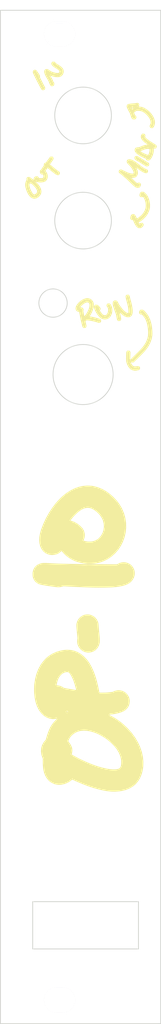
<source format=kicad_pcb>
(kicad_pcb (version 20221018) (generator pcbnew)
  (layers (0 "F.Cu" signal) (31 "B.Cu" signal) (34 "B.Paste" user) (35 "F.Paste" user) (36 "B.SilkS" user "B.Silkscreen") (37 "F.SilkS" user "F.Silkscreen") (38 "B.Mask" user) (39 "F.Mask" user) (44 "Edge.Cuts" user))
  (net 0 "")
  (footprint "Graphics" (layer "F.Cu") (at 21.709 15.2395)
    (fp_text reference "" (at 0 0) (layer "F.SilkS") (effects (font (size 1.27 1.27))))
    (fp_text value "" (at 0 0) (layer "F.SilkS") (effects (font (size 1.27 1.27))))
    (fp_poly (pts (xy 16.577 19.518) (xy 16.649 19.545) (xy 16.75 19.6) (xy 16.897 19.69) (xy 16.915 19.702) (xy 17.234 19.902) (xy 17.488 20.062) (xy 17.686 20.183) (xy 17.832 20.271) (xy 17.931 20.328) (xy 17.952 20.34) (xy 18.029 20.393) (xy 18.053 20.416) (xy 18.104 20.512) (xy 18.118 20.586) (xy 18.084 20.709) (xy 17.998 20.808) (xy 17.971 20.825) (xy 17.871 20.849) (xy 17.768 20.844) (xy 17.758 20.84) (xy 17.697 20.811) (xy 17.592 20.753) (xy 17.438 20.661) (xy 17.229 20.532) (xy 16.957 20.363) (xy 16.907 20.331) (xy 16.794 20.262) (xy 16.71 20.214) (xy 16.68 20.199) (xy 16.594 20.16) (xy 16.464 20.074) (xy 16.417 20.039) (xy 16.311 19.95) (xy 16.258 19.874) (xy 16.239 19.787) (xy 16.264 19.647) (xy 16.326 19.568) (xy 16.417 19.515) (xy 16.513 19.508)) (fill solid) (layer "F.SilkS"))
    (fp_poly (pts (xy 3.729 8.607) (xy 3.812 8.668) (xy 3.869 8.739) (xy 3.953 8.855) (xy 4.048 8.995) (xy 4.138 9.134) (xy 4.209 9.249) (xy 4.243 9.313) (xy 4.256 9.394) (xy 4.251 9.483) (xy 4.247 9.497) (xy 4.246 9.514) (xy 4.256 9.548) (xy 4.284 9.611) (xy 4.335 9.715) (xy 4.414 9.871) (xy 4.493 10.026) (xy 4.596 10.226) (xy 4.692 10.413) (xy 4.773 10.569) (xy 4.828 10.674) (xy 4.833 10.684) (xy 4.898 10.814) (xy 4.924 10.902) (xy 4.92 10.976) (xy 4.916 10.988) (xy 4.845 11.111) (xy 4.72 11.177) (xy 4.669 11.184) (xy 4.589 11.18) (xy 4.57 11.175) (xy 4.452 11.092) (xy 4.429 11.061) (xy 4.377 10.973) (xy 4.295 10.826) (xy 4.191 10.632) (xy 4.072 10.405) (xy 3.944 10.158) (xy 3.814 9.906) (xy 3.69 9.662) (xy 3.579 9.44) (xy 3.488 9.253) (xy 3.423 9.114) (xy 3.405 9.074) (xy 3.356 8.937) (xy 3.345 8.839) (xy 3.357 8.777) (xy 3.429 8.66) (xy 3.548 8.588) (xy 3.624 8.576)) (fill solid) (layer "F.SilkS"))
    (fp_poly (pts (xy 13.069 38.213) (xy 13.134 38.253) (xy 13.236 38.369) (xy 13.328 38.529) (xy 13.362 38.612) (xy 13.43 38.91) (xy 13.432 39.221) (xy 13.37 39.523) (xy 13.249 39.794) (xy 13.183 39.893) (xy 12.998 40.08) (xy 12.78 40.199) (xy 12.723 40.218) (xy 12.582 40.241) (xy 12.414 40.242) (xy 12.298 40.228) (xy 12.101 40.165) (xy 11.994 40.108) (xy 11.9 40.031) (xy 11.78 39.914) (xy 11.661 39.781) (xy 11.588 39.69) (xy 11.386 39.386) (xy 11.225 39.079) (xy 11.118 38.793) (xy 11.115 38.782) (xy 11.102 38.614) (xy 11.155 38.475) (xy 11.269 38.383) (xy 11.401 38.36) (xy 11.527 38.388) (xy 11.667 38.487) (xy 11.822 38.647) (xy 11.908 38.76) (xy 11.945 38.848) (xy 11.949 38.89) (xy 11.924 38.993) (xy 11.881 39.065) (xy 11.857 39.093) (xy 11.855 39.121) (xy 11.883 39.172) (xy 11.945 39.267) (xy 12.049 39.41) (xy 12.157 39.54) (xy 12.245 39.627) (xy 12.38 39.694) (xy 12.533 39.707) (xy 12.622 39.683) (xy 12.738 39.59) (xy 12.828 39.438) (xy 12.887 39.252) (xy 12.908 39.054) (xy 12.888 38.865) (xy 12.849 38.756) (xy 12.8 38.683) (xy 12.783 38.662) (xy 12.711 38.544) (xy 12.7 38.461) (xy 12.733 38.328) (xy 12.821 38.235) (xy 12.94 38.193)) (fill solid) (layer "F.SilkS"))
    (fp_poly (pts (xy 10.43 77.653) (xy 10.533 77.663) (xy 10.629 77.684) (xy 10.715 77.71) (xy 11.012 77.846) (xy 11.269 78.046) (xy 11.474 78.3) (xy 11.616 78.594) (xy 11.646 78.692) (xy 11.668 78.792) (xy 11.683 78.911) (xy 11.697 79.075) (xy 11.702 79.158) (xy 11.71 79.27) (xy 11.725 79.441) (xy 11.744 79.646) (xy 11.763 79.847) (xy 11.793 80.15) (xy 11.815 80.385) (xy 11.831 80.568) (xy 11.841 80.711) (xy 11.846 80.831) (xy 11.848 80.942) (xy 11.849 80.973) (xy 11.847 81.11) (xy 11.841 81.201) (xy 11.827 81.284) (xy 11.826 81.286) (xy 11.717 81.629) (xy 11.544 81.926) (xy 11.315 82.169) (xy 11.046 82.345) (xy 10.87 82.414) (xy 10.671 82.464) (xy 10.647 82.468) (xy 10.478 82.49) (xy 10.333 82.492) (xy 10.271 82.489) (xy 9.959 82.43) (xy 9.674 82.296) (xy 9.409 82.085) (xy 9.385 82.062) (xy 9.171 81.792) (xy 9.033 81.489) (xy 8.981 81.265) (xy 8.969 81.06) (xy 8.983 80.848) (xy 8.997 80.767) (xy 9.012 80.684) (xy 9.013 80.649) (xy 9.007 80.598) (xy 8.995 80.488) (xy 8.98 80.34) (xy 8.977 80.315) (xy 8.94 79.935) (xy 8.931 79.832) (xy 11.079 79.832) (xy 11.09 79.841) (xy 11.115 79.856) (xy 11.116 79.852) (xy 11.093 79.836) (xy 11.079 79.832) (xy 8.931 79.832) (xy 8.926 79.785) (xy 11 79.785) (xy 11.003 79.795) (xy 11.021 79.801) (xy 11.018 79.795) (xy 11 79.785) (xy 8.926 79.785) (xy 8.912 79.627) (xy 8.892 79.382) (xy 8.88 79.191) (xy 8.875 79.044) (xy 8.877 78.931) (xy 8.885 78.844) (xy 8.889 78.818) (xy 8.984 78.5) (xy 9.148 78.216) (xy 9.37 77.978) (xy 9.641 77.796) (xy 9.851 77.71) (xy 9.966 77.676) (xy 10.06 77.659) (xy 10.171 77.652) (xy 10.283 77.651)) (fill solid) (layer "F.SilkS"))
    (fp_poly (pts (xy 6.098 7.569) (xy 6.166 7.625) (xy 6.216 7.687) (xy 6.272 7.741) (xy 6.348 7.799) (xy 6.463 7.874) (xy 6.632 7.978) (xy 6.633 7.979) (xy 6.887 8.15) (xy 7.069 8.315) (xy 7.189 8.482) (xy 7.241 8.607) (xy 7.266 8.777) (xy 7.251 8.956) (xy 7.241 8.998) (xy 7.15 9.199) (xy 7.049 9.322) (xy 6.89 9.443) (xy 6.699 9.509) (xy 6.514 9.529) (xy 6.216 9.511) (xy 5.879 9.436) (xy 5.632 9.354) (xy 5.574 9.334) (xy 5.563 9.333) (xy 5.582 9.369) (xy 5.632 9.452) (xy 5.671 9.517) (xy 5.766 9.679) (xy 5.832 9.803) (xy 5.883 9.919) (xy 5.908 9.984) (xy 5.948 10.083) (xy 5.984 10.141) (xy 6.005 10.165) (xy 6.06 10.245) (xy 6.077 10.347) (xy 6.077 10.373) (xy 6.045 10.531) (xy 5.95 10.637) (xy 5.933 10.647) (xy 5.83 10.679) (xy 5.73 10.676) (xy 5.728 10.675) (xy 5.63 10.621) (xy 5.547 10.522) (xy 5.47 10.364) (xy 5.425 10.242) (xy 5.375 10.108) (xy 5.316 9.982) (xy 5.235 9.837) (xy 5.157 9.707) (xy 4.984 9.406) (xy 4.868 9.155) (xy 4.806 8.948) (xy 4.794 8.783) (xy 4.839 8.63) (xy 4.94 8.525) (xy 5.081 8.482) (xy 5.094 8.482) (xy 5.192 8.494) (xy 5.299 8.536) (xy 5.433 8.619) (xy 5.535 8.692) (xy 5.635 8.761) (xy 5.721 8.809) (xy 5.829 8.853) (xy 5.915 8.883) (xy 6.232 8.969) (xy 6.438 8.995) (xy 6.573 8.991) (xy 6.655 8.959) (xy 6.707 8.89) (xy 6.727 8.775) (xy 6.698 8.707) (xy 6.61 8.619) (xy 6.461 8.508) (xy 6.35 8.437) (xy 6.148 8.311) (xy 6.004 8.214) (xy 5.907 8.139) (xy 5.885 8.119) (xy 5.782 8.005) (xy 5.715 7.893) (xy 5.701 7.849) (xy 5.716 7.709) (xy 5.794 7.596) (xy 5.843 7.564) (xy 5.972 7.537)) (fill solid) (layer "F.SilkS"))
    (fp_poly (pts (xy 17.364 24.051) (xy 17.519 24.137) (xy 17.581 24.188) (xy 17.825 24.457) (xy 17.952 24.665) (xy 18.105 25.053) (xy 18.195 25.486) (xy 18.213 25.67) (xy 18.212 26.001) (xy 18.153 26.315) (xy 18.114 26.443) (xy 17.937 26.841) (xy 17.689 27.203) (xy 17.367 27.53) (xy 17.27 27.611) (xy 17.068 27.766) (xy 16.918 27.863) (xy 16.817 27.905) (xy 16.796 27.908) (xy 16.776 27.913) (xy 16.786 27.943) (xy 16.834 28.019) (xy 16.839 28.026) (xy 16.897 28.114) (xy 16.94 28.068) (xy 17.061 27.988) (xy 17.193 27.978) (xy 17.312 28.033) (xy 17.385 28.129) (xy 17.408 28.264) (xy 17.352 28.408) (xy 17.327 28.444) (xy 17.161 28.601) (xy 17.082 28.646) (xy 16.998 28.677) (xy 16.923 28.685) (xy 16.783 28.674) (xy 16.619 28.591) (xy 16.462 28.436) (xy 16.31 28.203) (xy 16.292 28.17) (xy 16.247 28.08) (xy 16.186 27.95) (xy 16.148 27.867) (xy 16.054 27.656) (xy 16.006 27.659) (xy 15.865 27.631) (xy 15.758 27.539) (xy 15.733 27.494) (xy 15.715 27.436) (xy 15.715 27.358) (xy 15.715 27.353) (xy 15.741 27.203) (xy 15.788 27.064) (xy 15.807 27.027) (xy 15.919 26.917) (xy 16 26.884) (xy 16.121 26.877) (xy 16.202 26.904) (xy 16.307 26.984) (xy 16.408 27.13) (xy 16.49 27.297) (xy 16.529 27.386) (xy 16.55 27.432) (xy 16.551 27.433) (xy 16.582 27.42) (xy 16.598 27.411) (xy 16.658 27.382) (xy 16.667 27.378) (xy 16.714 27.349) (xy 16.802 27.285) (xy 16.91 27.202) (xy 17.016 27.118) (xy 17.099 27.048) (xy 17.114 27.034) (xy 17.346 26.767) (xy 17.522 26.473) (xy 17.617 26.245) (xy 17.665 26.031) (xy 17.676 25.818) (xy 17.67 25.623) (xy 17.648 25.45) (xy 17.634 25.373) (xy 17.577 25.165) (xy 17.499 24.965) (xy 17.41 24.803) (xy 17.371 24.75) (xy 17.321 24.692) (xy 17.265 24.724) (xy 17.131 24.757) (xy 16.998 24.716) (xy 16.958 24.685) (xy 16.885 24.578) (xy 16.871 24.478) (xy 16.905 24.29) (xy 16.993 24.144) (xy 17.126 24.055) (xy 17.212 24.035)) (fill solid) (layer "F.SilkS"))
    (fp_poly (pts (xy 14.885 71.03) (xy 15.011 71.031) (xy 15.092 71.037) (xy 15.166 71.052) (xy 15.192 71.058) (xy 15.506 71.171) (xy 15.772 71.345) (xy 15.849 71.414) (xy 16.064 71.675) (xy 16.209 71.977) (xy 16.259 72.158) (xy 16.28 72.329) (xy 16.281 72.524) (xy 16.264 72.683) (xy 16.156 73.02) (xy 15.972 73.325) (xy 15.898 73.414) (xy 15.688 73.614) (xy 15.435 73.782) (xy 15.134 73.92) (xy 14.776 74.032) (xy 14.356 74.119) (xy 13.866 74.183) (xy 13.532 74.211) (xy 13.268 74.226) (xy 12.938 74.238) (xy 12.56 74.246) (xy 12.152 74.251) (xy 11.73 74.252) (xy 11.312 74.249) (xy 10.92 74.242) (xy 10.254 74.222) (xy 9.537 74.196) (xy 8.803 74.165) (xy 8.083 74.13) (xy 7.409 74.092) (xy 7.364 74.089) (xy 7.261 74.084) (xy 7.207 74.087) (xy 7.172 74.099) (xy 6.901 74.181) (xy 6.613 74.212) (xy 6.608 74.212) (xy 6.493 74.205) (xy 6.312 74.186) (xy 6.08 74.158) (xy 5.812 74.122) (xy 5.524 74.08) (xy 5.231 74.036) (xy 4.948 73.991) (xy 4.69 73.948) (xy 4.473 73.908) (xy 4.31 73.874) (xy 4.257 73.861) (xy 4.072 73.787) (xy 3.874 73.671) (xy 3.701 73.536) (xy 3.64 73.474) (xy 3.459 73.21) (xy 3.347 72.903) (xy 3.335 72.848) (xy 3.322 72.729) (xy 3.317 72.569) (xy 3.319 72.407) (xy 3.329 72.283) (xy 3.33 72.279) (xy 3.421 71.952) (xy 3.573 71.68) (xy 3.79 71.456) (xy 4.024 71.303) (xy 4.234 71.211) (xy 4.454 71.145) (xy 4.517 71.133) (xy 4.582 71.126) (xy 4.674 71.123) (xy 4.819 71.123) (xy 4.854 71.123) (xy 5.032 71.125) (xy 5.205 71.13) (xy 5.321 71.136) (xy 5.608 71.153) (xy 5.916 71.17) (xy 6.201 71.185) (xy 6.288 71.188) (xy 6.661 71.203) (xy 7.112 71.216) (xy 7.635 71.228) (xy 8.225 71.24) (xy 8.878 71.251) (xy 9.589 71.261) (xy 10.352 71.27) (xy 11.163 71.277) (xy 12.018 71.284) (xy 12.694 71.288) (xy 14.041 71.295) (xy 14.113 71.248) (xy 14.382 71.112) (xy 14.582 71.053) (xy 14.663 71.038) (xy 14.75 71.031) (xy 14.88 71.03)) (fill solid) (layer "F.SilkS"))
    (fp_poly (pts (xy 15.521 37.123) (xy 15.614 37.226) (xy 15.651 37.354) (xy 15.667 37.432) (xy 15.698 37.562) (xy 15.74 37.717) (xy 15.743 37.728) (xy 15.827 38.039) (xy 15.89 38.292) (xy 15.937 38.509) (xy 15.973 38.709) (xy 15.978 38.746) (xy 16.016 39.086) (xy 16.014 39.362) (xy 15.971 39.581) (xy 15.888 39.752) (xy 15.825 39.827) (xy 15.664 39.94) (xy 15.471 39.98) (xy 15.459 39.98) (xy 15.212 39.942) (xy 14.952 39.828) (xy 14.688 39.645) (xy 14.491 39.462) (xy 14.423 39.394) (xy 14.387 39.361) (xy 14.386 39.361) (xy 14.398 39.399) (xy 14.407 39.423) (xy 14.426 39.481) (xy 14.445 39.562) (xy 14.468 39.685) (xy 14.493 39.834) (xy 14.517 39.963) (xy 14.537 40.059) (xy 14.546 40.089) (xy 14.562 40.201) (xy 14.543 40.29) (xy 14.453 40.405) (xy 14.318 40.452) (xy 14.293 40.453) (xy 14.187 40.434) (xy 14.175 40.429) (xy 14.108 40.387) (xy 14.059 40.322) (xy 14.019 40.22) (xy 13.984 40.064) (xy 13.953 39.877) (xy 13.939 39.787) (xy 13.926 39.716) (xy 13.909 39.647) (xy 13.882 39.562) (xy 13.84 39.443) (xy 13.777 39.274) (xy 13.74 39.172) (xy 13.626 38.853) (xy 13.546 38.597) (xy 13.507 38.443) (xy 13.486 38.335) (xy 13.482 38.241) (xy 13.483 38.201) (xy 13.49 38.106) (xy 13.506 38.045) (xy 13.519 38.016) (xy 13.607 37.896) (xy 13.716 37.827) (xy 13.858 37.817) (xy 13.998 37.879) (xy 14.113 38) (xy 14.154 38.075) (xy 14.203 38.18) (xy 14.203 38.182) (xy 14.275 38.324) (xy 14.335 38.412) (xy 14.414 38.518) (xy 14.5 38.637) (xy 14.504 38.643) (xy 14.716 38.92) (xy 14.91 39.131) (xy 15.098 39.287) (xy 15.162 39.329) (xy 15.284 39.394) (xy 15.392 39.433) (xy 15.397 39.434) (xy 15.447 39.443) (xy 15.464 39.406) (xy 15.475 39.363) (xy 15.479 39.286) (xy 15.48 39.193) (xy 15.472 39.013) (xy 15.448 38.814) (xy 15.405 38.582) (xy 15.342 38.304) (xy 15.254 37.965) (xy 15.223 37.851) (xy 15.164 37.625) (xy 15.129 37.462) (xy 15.116 37.348) (xy 15.126 37.268) (xy 15.156 37.206) (xy 15.182 37.174) (xy 15.3 37.098) (xy 15.383 37.087)) (fill solid) (layer "F.SilkS"))
    (fp_poly (pts (xy 16.765 12.834) (xy 16.77 12.839) (xy 16.84 12.945) (xy 16.851 13.077) (xy 16.801 13.196) (xy 16.796 13.202) (xy 16.762 13.241) (xy 16.846 13.248) (xy 17.065 13.273) (xy 17.238 13.312) (xy 17.402 13.374) (xy 17.477 13.409) (xy 17.792 13.598) (xy 18.097 13.848) (xy 18.37 14.137) (xy 18.581 14.432) (xy 18.742 14.756) (xy 18.828 15.071) (xy 18.84 15.371) (xy 18.777 15.649) (xy 18.73 15.753) (xy 18.646 15.891) (xy 18.563 15.967) (xy 18.464 15.996) (xy 18.444 15.997) (xy 18.363 15.994) (xy 18.324 15.979) (xy 18.212 15.889) (xy 18.163 15.762) (xy 18.169 15.675) (xy 18.2 15.6) (xy 18.222 15.559) (xy 18.29 15.405) (xy 18.306 15.255) (xy 18.267 15.023) (xy 18.158 14.771) (xy 17.982 14.51) (xy 17.779 14.282) (xy 17.518 14.052) (xy 17.26 13.896) (xy 16.991 13.807) (xy 16.698 13.78) (xy 16.635 13.782) (xy 16.532 13.789) (xy 16.469 13.798) (xy 16.467 13.799) (xy 16.415 13.838) (xy 16.397 13.857) (xy 16.289 13.937) (xy 16.225 13.958) (xy 16.188 13.965) (xy 16.248 14.157) (xy 16.284 14.269) (xy 16.31 14.34) (xy 16.318 14.353) (xy 16.38 14.392) (xy 16.44 14.449) (xy 16.445 14.456) (xy 16.492 14.591) (xy 16.464 14.726) (xy 16.37 14.837) (xy 16.328 14.864) (xy 16.25 14.892) (xy 16.196 14.898) (xy 16.049 14.876) (xy 15.952 14.808) (xy 15.9 14.747) (xy 15.853 14.664) (xy 15.805 14.542) (xy 15.748 14.365) (xy 15.718 14.262) (xy 15.681 14.152) (xy 15.646 14.072) (xy 15.605 13.999) (xy 15.544 13.89) (xy 15.522 13.851) (xy 15.392 13.607) (xy 15.307 13.419) (xy 15.302 13.404) (xy 15.889 13.404) (xy 15.925 13.469) (xy 15.962 13.534) (xy 15.988 13.5) (xy 16.041 13.44) (xy 16.054 13.427) (xy 16.094 13.388) (xy 16.044 13.389) (xy 15.957 13.395) (xy 15.942 13.397) (xy 15.889 13.404) (xy 15.302 13.404) (xy 15.262 13.275) (xy 15.255 13.165) (xy 15.263 13.12) (xy 15.314 13.023) (xy 15.408 12.952) (xy 15.556 12.902) (xy 15.767 12.87) (xy 16.01 12.853) (xy 16.2 12.843) (xy 16.334 12.827) (xy 16.437 12.803) (xy 16.473 12.792) (xy 16.63 12.773)) (fill solid) (layer "F.SilkS"))
    (fp_poly (pts (xy 17.379 16.671) (xy 17.513 16.716) (xy 17.601 16.813) (xy 17.631 16.941) (xy 17.599 17.06) (xy 17.592 17.09) (xy 17.617 17.133) (xy 17.629 17.149) (xy 17.748 17.276) (xy 17.942 17.434) (xy 18.21 17.624) (xy 18.554 17.845) (xy 18.555 17.846) (xy 18.747 17.966) (xy 18.88 18.052) (xy 18.966 18.115) (xy 19.017 18.164) (xy 19.046 18.208) (xy 19.061 18.251) (xy 19.062 18.39) (xy 18.994 18.511) (xy 18.918 18.567) (xy 18.822 18.589) (xy 18.73 18.579) (xy 18.689 18.565) (xy 18.693 18.713) (xy 18.686 18.937) (xy 18.647 19.157) (xy 18.638 19.193) (xy 18.551 19.465) (xy 18.437 19.709) (xy 18.308 19.903) (xy 18.231 19.983) (xy 18.086 20.072) (xy 17.938 20.101) (xy 17.853 20.084) (xy 17.78 20.043) (xy 17.773 20.037) (xy 17.718 19.965) (xy 17.682 19.877) (xy 17.668 19.856) (xy 17.619 19.831) (xy 17.54 19.801) (xy 17.372 19.733) (xy 17.184 19.645) (xy 17.017 19.558) (xy 16.98 19.537) (xy 16.689 19.345) (xy 16.474 19.163) (xy 16.331 18.987) (xy 16.295 18.922) (xy 17.029 18.922) (xy 17.061 18.951) (xy 17.145 19.007) (xy 17.258 19.074) (xy 17.378 19.141) (xy 17.424 19.165) (xy 17.537 19.217) (xy 17.673 19.275) (xy 17.809 19.328) (xy 17.92 19.367) (xy 17.98 19.383) (xy 17.981 19.383) (xy 18.004 19.351) (xy 18.041 19.279) (xy 18.123 19.041) (xy 18.156 18.827) (xy 18.159 18.732) (xy 18.156 18.682) (xy 18.14 18.648) (xy 18.089 18.629) (xy 17.918 18.613) (xy 17.7 18.643) (xy 17.538 18.689) (xy 17.425 18.73) (xy 17.295 18.784) (xy 17.171 18.841) (xy 17.075 18.889) (xy 17.03 18.919) (xy 17.029 18.922) (xy 16.295 18.922) (xy 16.29 18.913) (xy 16.261 18.782) (xy 16.275 18.647) (xy 16.286 18.617) (xy 16.378 18.498) (xy 16.428 18.462) (xy 16.547 18.42) (xy 16.684 18.408) (xy 16.751 18.418) (xy 16.786 18.423) (xy 16.833 18.407) (xy 16.891 18.378) (xy 17.225 18.228) (xy 17.543 18.127) (xy 17.816 18.08) (xy 17.915 18.072) (xy 17.825 18.011) (xy 17.531 17.796) (xy 17.31 17.598) (xy 17.158 17.412) (xy 17.069 17.232) (xy 17.047 17.143) (xy 17.052 16.975) (xy 17.114 16.821) (xy 17.222 16.71) (xy 17.25 16.694) (xy 17.313 16.671)) (fill solid) (layer "F.SilkS"))
    (fp_poly (pts (xy 17.363 39.043) (xy 17.477 39.132) (xy 17.626 39.284) (xy 17.8 39.491) (xy 17.817 39.512) (xy 18.059 39.88) (xy 18.25 40.307) (xy 18.389 40.795) (xy 18.41 40.895) (xy 18.457 41.178) (xy 18.492 41.484) (xy 18.513 41.789) (xy 18.519 42.064) (xy 18.509 42.273) (xy 18.418 42.755) (xy 18.246 43.226) (xy 18.02 43.641) (xy 17.866 43.871) (xy 17.694 44.098) (xy 17.494 44.334) (xy 17.257 44.59) (xy 16.973 44.877) (xy 16.73 45.112) (xy 16.586 45.25) (xy 16.439 45.391) (xy 16.32 45.507) (xy 16.309 45.518) (xy 16.21 45.611) (xy 16.132 45.678) (xy 16.101 45.7) (xy 15.959 45.724) (xy 15.823 45.67) (xy 15.818 45.666) (xy 15.765 45.626) (xy 15.796 45.716) (xy 15.906 45.952) (xy 16.043 46.113) (xy 16.072 46.135) (xy 16.218 46.199) (xy 16.396 46.205) (xy 16.55 46.175) (xy 16.707 46.152) (xy 16.821 46.184) (xy 16.878 46.229) (xy 16.948 46.351) (xy 16.946 46.486) (xy 16.886 46.594) (xy 16.82 46.648) (xy 16.719 46.688) (xy 16.676 46.7) (xy 16.456 46.743) (xy 16.259 46.747) (xy 16.232 46.745) (xy 15.962 46.681) (xy 15.725 46.543) (xy 15.523 46.333) (xy 15.357 46.053) (xy 15.266 45.82) (xy 15.227 45.695) (xy 15.203 45.591) (xy 15.19 45.481) (xy 15.184 45.338) (xy 15.183 45.178) (xy 15.185 44.917) (xy 15.19 44.69) (xy 15.198 44.511) (xy 15.208 44.394) (xy 15.214 44.365) (xy 15.281 44.251) (xy 15.389 44.19) (xy 15.514 44.181) (xy 15.631 44.229) (xy 15.714 44.328) (xy 15.73 44.369) (xy 15.736 44.424) (xy 15.735 44.52) (xy 15.73 44.668) (xy 15.722 44.803) (xy 15.717 44.925) (xy 15.713 45.084) (xy 15.713 45.173) (xy 15.713 45.404) (xy 15.738 45.352) (xy 15.76 45.318) (xy 15.805 45.265) (xy 15.88 45.187) (xy 15.992 45.075) (xy 16.148 44.924) (xy 16.355 44.725) (xy 16.417 44.666) (xy 16.771 44.318) (xy 17.065 44.006) (xy 17.305 43.722) (xy 17.5 43.456) (xy 17.656 43.199) (xy 17.722 43.07) (xy 17.879 42.681) (xy 17.964 42.293) (xy 17.982 41.881) (xy 17.975 41.754) (xy 17.931 41.301) (xy 17.865 40.913) (xy 17.773 40.574) (xy 17.657 40.278) (xy 17.587 40.135) (xy 17.514 40.017) (xy 17.418 39.89) (xy 17.344 39.802) (xy 17.192 39.623) (xy 17.122 39.628) (xy 17.006 39.618) (xy 17 39.616) (xy 16.89 39.54) (xy 16.829 39.416) (xy 16.823 39.358) (xy 16.857 39.186) (xy 16.947 39.062) (xy 17.078 38.994) (xy 17.234 38.993)) (fill solid) (layer "F.SilkS"))
    (fp_poly (pts (xy 10.422 37.552) (xy 10.469 37.562) (xy 10.692 37.659) (xy 10.877 37.816) (xy 10.988 37.979) (xy 11.041 38.104) (xy 11.069 38.223) (xy 11.078 38.376) (xy 11.079 38.422) (xy 11.074 38.595) (xy 11.054 38.738) (xy 11.017 38.885) (xy 10.877 39.272) (xy 10.68 39.665) (xy 10.638 39.737) (xy 10.592 39.814) (xy 10.571 39.851) (xy 10.604 39.858) (xy 10.625 39.861) (xy 10.805 39.891) (xy 11.035 39.941) (xy 11.286 40.002) (xy 11.528 40.069) (xy 11.734 40.133) (xy 11.784 40.15) (xy 11.884 40.191) (xy 11.941 40.23) (xy 11.968 40.262) (xy 12.018 40.381) (xy 12.007 40.513) (xy 11.939 40.621) (xy 11.937 40.622) (xy 11.821 40.683) (xy 11.684 40.677) (xy 11.613 40.654) (xy 11.386 40.579) (xy 11.107 40.505) (xy 10.808 40.438) (xy 10.517 40.387) (xy 10.267 40.356) (xy 10.252 40.355) (xy 10.165 40.349) (xy 10.095 40.42) (xy 10.025 40.49) (xy 10.092 40.766) (xy 10.126 40.912) (xy 10.15 41.028) (xy 10.159 41.089) (xy 10.122 41.213) (xy 10.027 41.31) (xy 10.011 41.319) (xy 9.911 41.343) (xy 9.811 41.335) (xy 9.809 41.334) (xy 9.686 41.248) (xy 9.647 41.183) (xy 9.629 41.123) (xy 9.598 41.006) (xy 9.56 40.853) (xy 9.549 40.803) (xy 9.511 40.645) (xy 9.479 40.518) (xy 9.458 40.443) (xy 9.455 40.434) (xy 9.437 40.369) (xy 9.425 40.3) (xy 9.409 40.206) (xy 9.382 40.067) (xy 9.358 39.953) (xy 9.321 39.776) (xy 9.284 39.592) (xy 9.266 39.501) (xy 9.228 39.296) (xy 9.167 39.289) (xy 8.987 39.233) (xy 8.881 39.148) (xy 8.789 38.992) (xy 8.768 38.807) (xy 8.789 38.723) (xy 9.357 38.723) (xy 9.411 38.708) (xy 9.553 38.709) (xy 9.68 38.782) (xy 9.762 38.893) (xy 9.79 39.021) (xy 9.77 39.123) (xy 9.75 39.165) (xy 9.784 39.354) (xy 9.824 39.57) (xy 9.856 39.725) (xy 9.879 39.811) (xy 9.888 39.826) (xy 9.919 39.798) (xy 9.98 39.731) (xy 9.983 39.728) (xy 10.149 39.505) (xy 10.295 39.253) (xy 10.415 38.992) (xy 10.5 38.738) (xy 10.544 38.51) (xy 10.541 38.344) (xy 10.49 38.198) (xy 10.393 38.108) (xy 10.269 38.076) (xy 10.108 38.106) (xy 9.969 38.165) (xy 9.718 38.325) (xy 9.495 38.536) (xy 9.374 38.696) (xy 9.357 38.723) (xy 8.789 38.723) (xy 8.819 38.598) (xy 8.939 38.374) (xy 8.973 38.327) (xy 9.198 38.069) (xy 9.46 37.848) (xy 9.741 37.679) (xy 10.022 37.572) (xy 10.107 37.553) (xy 10.263 37.541)) (fill solid) (layer "F.SilkS"))
    (fp_poly (pts (xy 15.691 19.927) (xy 15.77 19.945) (xy 15.81 19.958) (xy 15.968 20.021) (xy 16.139 20.11) (xy 16.335 20.233) (xy 16.567 20.397) (xy 16.846 20.609) (xy 16.885 20.639) (xy 17.137 20.831) (xy 17.342 20.974) (xy 17.512 21.078) (xy 17.661 21.148) (xy 17.757 21.182) (xy 17.838 21.216) (xy 17.881 21.253) (xy 17.953 21.372) (xy 17.958 21.499) (xy 17.905 21.612) (xy 17.803 21.687) (xy 17.699 21.707) (xy 17.544 21.676) (xy 17.335 21.583) (xy 17.073 21.427) (xy 16.807 21.245) (xy 16.711 21.175) (xy 16.642 21.123) (xy 16.633 21.116) (xy 16.562 21.063) (xy 16.539 21.046) (xy 16.487 21.009) (xy 16.535 21.109) (xy 16.627 21.336) (xy 16.668 21.547) (xy 16.672 21.646) (xy 16.669 21.758) (xy 16.653 21.842) (xy 16.65 21.856) (xy 16.559 22.054) (xy 16.411 22.193) (xy 16.247 22.268) (xy 16.148 22.284) (xy 16.034 22.291) (xy 15.878 22.296) (xy 16.029 22.455) (xy 16.211 22.639) (xy 16.381 22.797) (xy 16.505 22.901) (xy 16.569 22.947) (xy 16.592 22.962) (xy 16.624 22.942) (xy 16.631 22.936) (xy 16.765 22.882) (xy 16.881 22.896) (xy 16.986 22.96) (xy 17.018 23.001) (xy 17.063 23.133) (xy 17.055 23.227) (xy 16.987 23.399) (xy 16.869 23.515) (xy 16.796 23.547) (xy 16.612 23.564) (xy 16.545 23.552) (xy 16.418 23.498) (xy 16.276 23.409) (xy 16.258 23.396) (xy 16.178 23.331) (xy 16.086 23.252) (xy 15.972 23.146) (xy 15.824 23.003) (xy 15.631 22.813) (xy 15.62 22.802) (xy 15.379 22.569) (xy 15.191 22.394) (xy 15.087 22.305) (xy 14.96 22.2) (xy 14.811 22.074) (xy 14.718 21.994) (xy 14.597 21.892) (xy 14.488 21.805) (xy 14.426 21.759) (xy 14.308 21.664) (xy 14.252 21.574) (xy 14.24 21.49) (xy 14.279 21.351) (xy 14.321 21.299) (xy 14.43 21.23) (xy 14.506 21.22) (xy 14.542 21.222) (xy 14.583 21.233) (xy 14.649 21.261) (xy 14.757 21.312) (xy 14.866 21.365) (xy 15.146 21.499) (xy 15.373 21.598) (xy 15.564 21.669) (xy 15.737 21.718) (xy 15.851 21.743) (xy 15.967 21.757) (xy 16.066 21.756) (xy 16.108 21.745) (xy 16.133 21.686) (xy 16.135 21.587) (xy 16.132 21.569) (xy 16.081 21.409) (xy 15.973 21.203) (xy 15.847 21.008) (xy 15.782 20.921) (xy 15.704 20.83) (xy 15.593 20.714) (xy 15.552 20.674) (xy 15.443 20.563) (xy 15.376 20.492) (xy 15.336 20.44) (xy 15.307 20.39) (xy 15.302 20.379) (xy 15.267 20.3) (xy 15.257 20.237) (xy 15.256 20.219) (xy 15.292 20.072) (xy 15.398 19.964) (xy 15.434 19.945) (xy 15.488 19.928) (xy 15.572 19.923) (xy 15.594 19.923)) (fill solid) (layer "F.SilkS"))
    (fp_poly (pts (xy 10.779 61.331) (xy 11.034 61.369) (xy 11.595 61.513) (xy 12.141 61.735) (xy 12.671 62.037) (xy 13.188 62.42) (xy 13.504 62.698) (xy 13.927 63.134) (xy 14.281 63.583) (xy 14.579 64.064) (xy 14.669 64.236) (xy 14.916 64.819) (xy 15.085 65.421) (xy 15.177 66.034) (xy 15.19 66.652) (xy 15.127 67.268) (xy 14.986 67.875) (xy 14.768 68.465) (xy 14.525 68.947) (xy 14.189 69.453) (xy 13.795 69.907) (xy 13.351 70.304) (xy 12.863 70.637) (xy 12.337 70.903) (xy 11.846 71.076) (xy 11.486 71.165) (xy 11.14 71.219) (xy 10.767 71.243) (xy 10.643 71.245) (xy 10.485 71.246) (xy 10.357 71.245) (xy 10.283 71.244) (xy 10.278 71.244) (xy 9.805 71.187) (xy 9.337 71.093) (xy 8.905 70.97) (xy 8.74 70.91) (xy 8.544 70.824) (xy 8.322 70.714) (xy 8.12 70.601) (xy 8.075 70.573) (xy 7.854 70.423) (xy 7.635 70.256) (xy 7.563 70.196) (xy 7.43 70.073) (xy 7.278 69.921) (xy 7.141 69.774) (xy 7.091 69.716) (xy 7.028 69.642) (xy 6.994 69.606) (xy 6.993 69.605) (xy 6.963 69.63) (xy 6.91 69.683) (xy 6.649 69.893) (xy 6.348 70.033) (xy 6.003 70.106) (xy 5.851 70.116) (xy 5.62 70.112) (xy 5.424 70.079) (xy 5.313 70.046) (xy 4.984 69.895) (xy 4.705 69.68) (xy 4.48 69.403) (xy 4.309 69.065) (xy 4.272 68.962) (xy 4.188 68.632) (xy 4.155 68.278) (xy 4.154 68.191) (xy 4.173 67.855) (xy 4.232 67.499) (xy 4.333 67.104) (xy 4.406 66.875) (xy 4.674 66.167) (xy 4.873 65.744) (xy 8.125 65.744) (xy 8.163 65.756) (xy 8.247 65.779) (xy 8.625 65.918) (xy 9.002 66.136) (xy 9.26 66.334) (xy 9.395 66.457) (xy 9.531 66.593) (xy 9.643 66.718) (xy 9.693 66.782) (xy 9.853 67.082) (xy 9.934 67.4) (xy 9.947 67.595) (xy 9.914 67.906) (xy 9.82 68.187) (xy 9.81 68.205) (xy 9.783 68.264) (xy 9.779 68.277) (xy 9.813 68.293) (xy 9.89 68.318) (xy 10.08 68.368) (xy 10.237 68.396) (xy 10.402 68.408) (xy 10.581 68.408) (xy 10.733 68.404) (xy 10.833 68.397) (xy 10.911 68.385) (xy 10.923 68.382) (xy 11.284 68.266) (xy 11.594 68.089) (xy 11.741 67.966) (xy 11.998 67.666) (xy 12.19 67.325) (xy 12.312 66.954) (xy 12.363 66.563) (xy 12.342 66.164) (xy 12.245 65.765) (xy 12.199 65.641) (xy 12.032 65.311) (xy 11.806 65.002) (xy 11.511 64.7) (xy 11.455 64.651) (xy 11.152 64.418) (xy 10.849 64.25) (xy 10.607 64.164) (xy 10.456 64.142) (xy 10.273 64.136) (xy 10.106 64.148) (xy 10.096 64.15) (xy 9.795 64.234) (xy 9.483 64.392) (xy 9.157 64.623) (xy 8.813 64.932) (xy 8.725 65.02) (xy 8.607 65.144) (xy 8.493 65.269) (xy 8.439 65.332) (xy 8.349 65.442) (xy 8.259 65.557) (xy 8.183 65.657) (xy 8.135 65.725) (xy 8.125 65.744) (xy 4.873 65.744) (xy 5.008 65.454) (xy 5.397 64.758) (xy 5.829 64.1) (xy 6.248 63.553) (xy 6.506 63.257) (xy 6.778 62.968) (xy 7.041 62.714) (xy 7.131 62.633) (xy 7.644 62.228) (xy 8.175 61.893) (xy 8.716 61.632) (xy 9.262 61.446) (xy 9.706 61.354) (xy 10.247 61.308)) (fill solid) (layer "F.SilkS"))
    (fp_poly (pts (xy 5.877 19.621) (xy 5.908 19.648) (xy 5.978 19.77) (xy 5.968 19.91) (xy 5.91 20.021) (xy 5.849 20.11) (xy 5.775 20.217) (xy 5.771 20.222) (xy 5.684 20.347) (xy 5.6 20.469) (xy 5.514 20.594) (xy 5.623 20.675) (xy 5.732 20.759) (xy 5.848 20.853) (xy 5.856 20.859) (xy 5.964 20.95) (xy 6.094 21.058) (xy 6.145 21.101) (xy 6.341 21.259) (xy 6.503 21.373) (xy 6.6 21.432) (xy 6.71 21.509) (xy 6.767 21.593) (xy 6.771 21.605) (xy 6.782 21.741) (xy 6.728 21.86) (xy 6.625 21.94) (xy 6.49 21.96) (xy 6.378 21.921) (xy 6.216 21.826) (xy 6.012 21.68) (xy 5.849 21.551) (xy 5.705 21.434) (xy 5.543 21.301) (xy 5.446 21.221) (xy 5.337 21.133) (xy 5.256 21.069) (xy 5.222 21.044) (xy 5.19 21.074) (xy 5.121 21.168) (xy 5.082 21.225) (xy 4.956 21.41) (xy 5.001 21.461) (xy 5.141 21.669) (xy 5.211 21.861) (xy 5.237 22.045) (xy 5.23 22.237) (xy 5.214 22.319) (xy 5.139 22.507) (xy 5.03 22.661) (xy 5.003 22.687) (xy 4.831 22.79) (xy 4.602 22.854) (xy 4.332 22.874) (xy 4.218 22.869) (xy 4.05 22.85) (xy 3.886 22.821) (xy 3.763 22.788) (xy 3.758 22.786) (xy 3.708 22.768) (xy 3.703 22.766) (xy 3.726 22.793) (xy 3.791 22.861) (xy 3.852 22.923) (xy 4.073 23.165) (xy 4.233 23.384) (xy 4.344 23.596) (xy 4.386 23.706) (xy 4.44 23.98) (xy 4.414 24.235) (xy 4.31 24.467) (xy 4.128 24.675) (xy 3.989 24.783) (xy 3.773 24.899) (xy 3.573 24.945) (xy 3.408 24.931) (xy 3.196 24.843) (xy 2.993 24.678) (xy 2.804 24.44) (xy 2.803 24.438) (xy 2.682 24.223) (xy 2.569 23.967) (xy 2.474 23.697) (xy 2.407 23.441) (xy 2.378 23.245) (xy 2.382 23.182) (xy 2.912 23.182) (xy 2.916 23.253) (xy 2.923 23.298) (xy 2.994 23.583) (xy 3.106 23.87) (xy 3.245 24.129) (xy 3.379 24.308) (xy 3.48 24.388) (xy 3.581 24.394) (xy 3.65 24.363) (xy 3.809 24.237) (xy 3.892 24.093) (xy 3.897 23.942) (xy 3.857 23.827) (xy 3.782 23.683) (xy 3.715 23.579) (xy 3.626 23.47) (xy 3.501 23.334) (xy 3.363 23.196) (xy 3.26 23.101) (xy 3.162 23.016) (xy 3.094 23.016) (xy 3.011 23.006) (xy 2.987 22.998) (xy 2.946 22.985) (xy 2.944 22.986) (xy 2.936 23.023) (xy 2.924 23.094) (xy 2.912 23.182) (xy 2.382 23.182) (xy 2.39 23.027) (xy 2.442 22.801) (xy 2.523 22.61) (xy 2.528 22.602) (xy 2.559 22.545) (xy 2.559 22.507) (xy 2.554 22.49) (xy 2.548 22.35) (xy 2.608 22.242) (xy 2.727 22.166) (xy 2.867 22.163) (xy 2.914 22.179) (xy 3.005 22.23) (xy 3.138 22.319) (xy 3.292 22.432) (xy 3.332 22.462) (xy 3.417 22.527) (xy 3.468 22.563) (xy 3.474 22.566) (xy 3.464 22.538) (xy 3.451 22.464) (xy 3.46 22.363) (xy 3.469 22.326) (xy 3.542 22.216) (xy 3.666 22.121) (xy 3.681 22.112) (xy 3.755 22.08) (xy 3.825 22.073) (xy 3.836 22.073) (xy 3.912 22.079) (xy 3.968 22.103) (xy 4.064 22.191) (xy 4.094 22.256) (xy 4.117 22.304) (xy 4.156 22.318) (xy 4.222 22.324) (xy 4.335 22.328) (xy 4.386 22.328) (xy 4.506 22.327) (xy 4.57 22.322) (xy 4.603 22.312) (xy 4.683 22.225) (xy 4.706 22.091) (xy 4.669 21.924) (xy 4.668 21.922) (xy 4.647 21.866) (xy 4.567 21.87) (xy 4.483 21.867) (xy 4.433 21.851) (xy 4.333 21.776) (xy 4.279 21.679) (xy 4.255 21.592) (xy 4.251 21.58) (xy 4.241 21.452) (xy 4.258 21.395) (xy 4.322 21.299) (xy 4.385 21.253) (xy 4.425 21.212) (xy 4.432 21.201) (xy 4.465 21.148) (xy 4.53 21.048) (xy 4.601 20.941) (xy 4.748 20.722) (xy 4.743 20.646) (xy 4.764 20.507) (xy 4.831 20.421) (xy 4.919 20.369) (xy 4.998 20.35) (xy 5.021 20.337) (xy 5.046 20.3) (xy 5.107 20.215) (xy 5.191 20.098) (xy 5.285 19.967) (xy 5.378 19.84) (xy 5.455 19.734) (xy 5.505 19.667) (xy 5.513 19.657) (xy 5.621 19.583) (xy 5.753 19.571)) (fill solid) (layer "F.SilkS"))
    (fp_poly (pts (xy 8.196 82.157) (xy 8.604 82.246) (xy 9.003 82.402) (xy 9.069 82.434) (xy 9.455 82.662) (xy 9.813 82.951) (xy 10.156 83.31) (xy 10.254 83.428) (xy 10.535 83.822) (xy 10.792 84.273) (xy 11.031 84.791) (xy 11.165 85.132) (xy 11.333 85.619) (xy 11.483 86.135) (xy 11.62 86.698) (xy 11.747 87.31) (xy 11.772 87.439) (xy 11.792 87.529) (xy 11.8 87.557) (xy 11.842 87.561) (xy 11.946 87.563) (xy 12.091 87.564) (xy 12.256 87.562) (xy 12.419 87.56) (xy 12.561 87.556) (xy 12.661 87.551) (xy 12.663 87.551) (xy 12.833 87.536) (xy 13.018 87.518) (xy 13.198 87.499) (xy 13.352 87.481) (xy 13.459 87.466) (xy 13.496 87.459) (xy 13.547 87.434) (xy 13.553 87.431) (xy 13.706 87.358) (xy 13.902 87.297) (xy 14.098 87.26) (xy 14.359 87.26) (xy 14.636 87.314) (xy 14.86 87.4) (xy 15.128 87.576) (xy 15.353 87.809) (xy 15.519 88.08) (xy 15.578 88.236) (xy 15.627 88.434) (xy 15.643 88.63) (xy 15.643 88.669) (xy 15.602 89.008) (xy 15.486 89.318) (xy 15.297 89.592) (xy 15.064 89.806) (xy 14.806 89.96) (xy 14.473 90.094) (xy 14.072 90.206) (xy 13.903 90.243) (xy 13.502 90.31) (xy 13.244 90.341) (xy 13.133 90.352) (xy 13.059 90.361) (xy 13.049 90.362) (xy 13.047 90.372) (xy 13.09 90.4) (xy 13.188 90.452) (xy 13.846 90.832) (xy 14.476 91.275) (xy 14.823 91.558) (xy 15.397 92.1) (xy 15.908 92.679) (xy 16.35 93.289) (xy 16.719 93.924) (xy 16.969 94.469) (xy 17.18 95.089) (xy 17.316 95.71) (xy 17.375 96.324) (xy 17.358 96.925) (xy 17.336 97.112) (xy 17.254 97.563) (xy 17.139 97.963) (xy 16.983 98.337) (xy 16.972 98.361) (xy 16.718 98.79) (xy 16.407 99.16) (xy 16.039 99.472) (xy 15.614 99.724) (xy 15.135 99.917) (xy 14.633 100.042) (xy 14.263 100.093) (xy 13.85 100.12) (xy 13.43 100.121) (xy 13.275 100.114) (xy 12.79 100.064) (xy 12.248 99.97) (xy 11.707 99.847) (xy 10.997 99.648) (xy 10.271 99.405) (xy 9.516 99.112) (xy 8.719 98.765) (xy 8.63 98.724) (xy 8.339 98.59) (xy 8.256 98.669) (xy 8.068 98.816) (xy 7.827 98.959) (xy 7.559 99.086) (xy 7.378 99.153) (xy 6.97 99.248) (xy 6.571 99.262) (xy 6.182 99.195) (xy 6.096 99.168) (xy 5.736 99.007) (xy 5.421 98.778) (xy 5.154 98.486) (xy 4.939 98.134) (xy 4.776 97.726) (xy 4.69 97.378) (xy 4.653 97.126) (xy 4.626 96.824) (xy 4.611 96.504) (xy 4.611 96.198) (xy 4.611 96.183) (xy 4.618 95.948) (xy 4.567 95.838) (xy 4.437 95.459) (xy 4.383 95.056) (xy 4.381 94.96) (xy 4.42 94.562) (xy 4.537 94.19) (xy 4.726 93.851) (xy 4.822 93.736) (xy 7.844 93.736) (xy 7.931 93.843) (xy 8.147 94.152) (xy 8.287 94.446) (xy 8.345 94.664) (xy 8.363 94.937) (xy 8.329 95.218) (xy 8.303 95.319) (xy 8.285 95.387) (xy 8.283 95.405) (xy 8.324 95.433) (xy 8.423 95.491) (xy 8.565 95.571) (xy 8.737 95.664) (xy 8.922 95.764) (xy 9.107 95.861) (xy 9.277 95.948) (xy 9.342 95.98) (xy 10.059 96.317) (xy 10.756 96.608) (xy 11.424 96.851) (xy 12.058 97.045) (xy 12.651 97.187) (xy 13.195 97.276) (xy 13.481 97.301) (xy 13.616 97.302) (xy 13.782 97.297) (xy 13.934 97.286) (xy 13.985 97.28) (xy 14.213 97.223) (xy 14.374 97.128) (xy 14.477 96.986) (xy 14.513 96.88) (xy 14.548 96.678) (xy 14.564 96.438) (xy 14.561 96.205) (xy 14.552 96.104) (xy 14.45 95.651) (xy 14.267 95.202) (xy 14.007 94.762) (xy 13.672 94.333) (xy 13.262 93.918) (xy 12.782 93.521) (xy 12.752 93.499) (xy 12.381 93.246) (xy 11.981 93.009) (xy 11.579 92.806) (xy 11.275 92.678) (xy 10.748 92.508) (xy 10.256 92.411) (xy 9.796 92.386) (xy 9.365 92.432) (xy 9.243 92.46) (xy 8.866 92.591) (xy 8.534 92.789) (xy 8.281 93.01) (xy 8.097 93.22) (xy 7.967 93.428) (xy 7.877 93.642) (xy 7.844 93.736) (xy 4.822 93.736) (xy 4.923 93.614) (xy 4.989 93.546) (xy 5.03 93.398) (xy 5.164 92.949) (xy 5.311 92.529) (xy 5.465 92.156) (xy 5.569 91.94) (xy 5.747 91.648) (xy 5.984 91.337) (xy 6.266 91.024) (xy 6.315 90.974) (xy 6.383 90.903) (xy 6.413 90.865) (xy 6.411 90.863) (xy 6.212 90.905) (xy 5.989 90.928) (xy 5.861 90.928) (xy 5.483 90.87) (xy 5.122 90.734) (xy 4.784 90.524) (xy 4.473 90.244) (xy 4.303 90.031) (xy 7.626 90.031) (xy 7.634 90.043) (xy 7.709 90.012) (xy 7.714 90.01) (xy 7.792 89.975) (xy 7.823 89.96) (xy 7.793 89.952) (xy 7.767 89.946) (xy 7.713 89.941) (xy 7.682 89.964) (xy 7.679 89.968) (xy 7.626 90.031) (xy 4.303 90.031) (xy 4.196 89.897) (xy 4.062 89.683) (xy 3.857 89.256) (xy 3.696 88.765) (xy 3.582 88.217) (xy 3.517 87.619) (xy 3.516 87.612) (xy 3.51 87.443) (xy 3.508 87.227) (xy 3.511 86.992) (xy 3.517 86.769) (xy 3.525 86.614) (xy 6.367 86.614) (xy 6.38 86.632) (xy 6.404 86.634) (xy 6.505 86.643) (xy 6.642 86.665) (xy 6.771 86.693) (xy 6.818 86.706) (xy 7.033 86.797) (xy 7.209 86.903) (xy 7.242 86.928) (xy 7.27 86.946) (xy 7.305 86.961) (xy 7.362 86.976) (xy 7.455 86.995) (xy 7.596 87.02) (xy 7.8 87.055) (xy 7.887 87.071) (xy 8.12 87.111) (xy 8.342 87.149) (xy 8.539 87.183) (xy 8.695 87.209) (xy 8.796 87.225) (xy 8.825 87.229) (xy 8.843 87.219) (xy 8.834 87.175) (xy 8.809 87.075) (xy 8.775 86.944) (xy 8.739 86.808) (xy 8.707 86.689) (xy 8.694 86.644) (xy 8.643 86.478) (xy 8.58 86.284) (xy 8.516 86.099) (xy 8.468 85.97) (xy 8.357 85.717) (xy 8.221 85.45) (xy 8.083 85.214) (xy 8.073 85.199) (xy 7.975 85.077) (xy 7.872 84.994) (xy 7.86 84.989) (xy 7.716 84.959) (xy 7.533 84.979) (xy 7.331 85.043) (xy 7.132 85.145) (xy 7.05 85.201) (xy 6.824 85.42) (xy 6.636 85.707) (xy 6.49 86.056) (xy 6.392 86.442) (xy 6.371 86.558) (xy 6.367 86.614) (xy 3.525 86.614) (xy 3.527 86.586) (xy 3.531 86.531) (xy 3.637 85.834) (xy 3.805 85.188) (xy 4.037 84.592) (xy 4.333 84.043) (xy 4.351 84.013) (xy 4.663 83.585) (xy 5.024 83.2) (xy 5.342 82.93) (xy 5.812 82.627) (xy 6.324 82.394) (xy 6.878 82.23) (xy 7.128 82.181) (xy 7.395 82.145) (xy 7.653 82.13) (xy 7.753 82.129)) (fill solid) (layer "F.SilkS"))
  )
  (footprint "winterbloom:MountingHole_M3_Slotted_Eurorack" (layer "F.Cu") (at 28.455 19.28)
    (fp_text reference " " hide)
    (fp_text value " " hide)
    (pad "" np_thru_hole roundrect (at 0 0) (size 4 3.2) (drill oval 4 3.2) (layers "*.Cu" "*.Mask") (roundrect_rratio 0.5))
  )
  (footprint "winterbloom:MountingHole_M3_Slotted_Eurorack" (layer "F.Cu") (at 28.455 141.78)
    (fp_text reference " " hide)
    (fp_text value " " hide)
    (pad "" np_thru_hole roundrect (at 0 0) (size 4 3.2) (drill oval 4 3.2) (layers "*.Cu" "*.Mask") (roundrect_rratio 0.5))
  )
  (gr_circle (center 27.622846 53.4054) (end 29.418897 53.4054) (stroke (width 0.1)) (fill none) (layer "Edge.Cuts"))
  (gr_line (start 41.275 144.78) (end 20.955 144.78) (stroke (width 0.1)) (layer "Edge.Cuts"))
  (gr_line (start 20.955 16.28) (end 41.275 16.28) (stroke (width 0.1)) (layer "Edge.Cuts"))
  (gr_circle (center 31.432846 29.615) (end 35.024948 29.615) (stroke (width 0.1)) (fill none) (layer "Edge.Cuts"))
  (gr_line (start 20.955 144.78) (end 20.955 16.28) (stroke (width 0.1)) (layer "Edge.Cuts"))
  (gr_rect (start 25.04259 129.31) (end 38.457411 135.308402) (stroke (width 0.1)) (fill none) (layer "Edge.Cuts"))
  (gr_line (start 41.275 16.28) (end 41.275 144.78) (stroke (width 0.1)) (layer "Edge.Cuts"))
  (gr_circle (center 31.432846 42.95) (end 35.024948 42.95) (stroke (width 0.1)) (fill none) (layer "Edge.Cuts"))
  (gr_circle (center 31.432846 62.4704) (end 35.242846 62.4704) (stroke (width 0.1)) (fill none) (layer "Edge.Cuts"))
)
</source>
